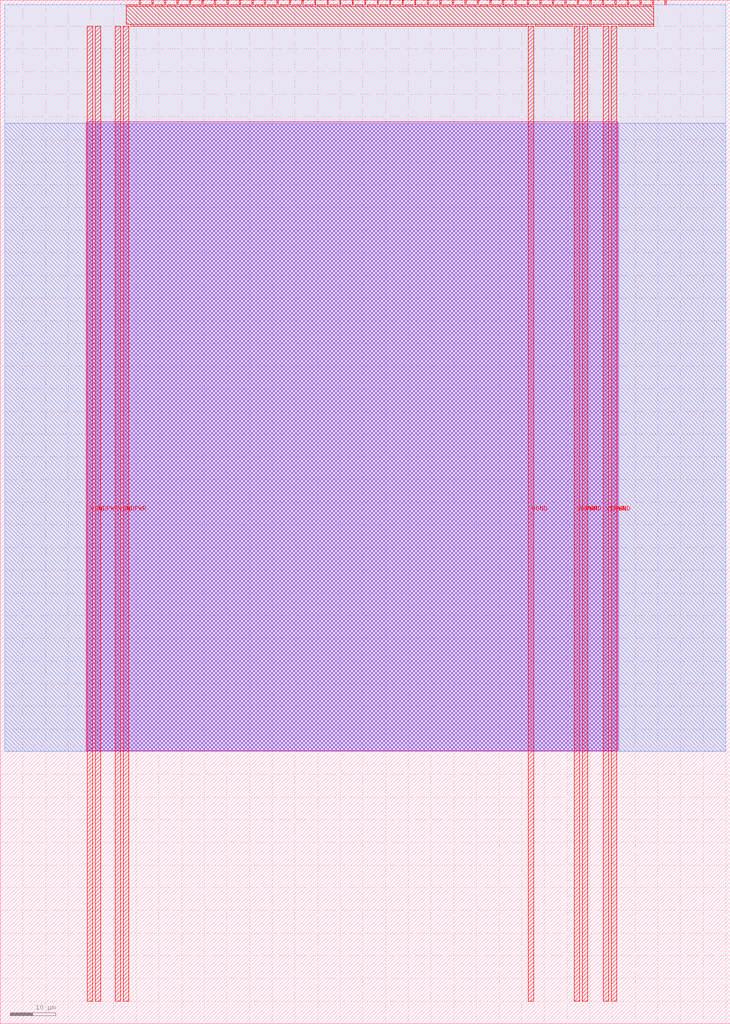
<source format=lef>
MACRO tt_um_tnt_rf_yolo_test
  CLASS BLOCK ;
  FOREIGN tt_um_tnt_rf_yolo_test ;
  ORIGIN 0.000 0.000 ;
  SIZE 161.000 BY 225.760 ;
  PIN clk
    DIRECTION INPUT ;
    USE SIGNAL ;
    ANTENNAGATEAREA 0.213000 ;
    PORT
      LAYER met4 ;
        RECT 143.830 224.760 144.130 225.760 ;
    END
  END clk
  PIN ena
    DIRECTION INPUT ;
    USE SIGNAL ;
    PORT
      LAYER met4 ;
        RECT 146.590 224.760 146.890 225.760 ;
    END
  END ena
  PIN rst_n
    DIRECTION INPUT ;
    USE SIGNAL ;
    PORT
      LAYER met4 ;
        RECT 141.070 224.760 141.370 225.760 ;
    END
  END rst_n
  PIN ui_in[0]
    DIRECTION INPUT ;
    USE SIGNAL ;
    ANTENNAGATEAREA 0.213000 ;
    PORT
      LAYER met4 ;
        RECT 138.310 224.760 138.610 225.760 ;
    END
  END ui_in[0]
  PIN ui_in[1]
    DIRECTION INPUT ;
    USE SIGNAL ;
    ANTENNAGATEAREA 0.213000 ;
    PORT
      LAYER met4 ;
        RECT 135.550 224.760 135.850 225.760 ;
    END
  END ui_in[1]
  PIN ui_in[2]
    DIRECTION INPUT ;
    USE SIGNAL ;
    ANTENNAGATEAREA 0.213000 ;
    PORT
      LAYER met4 ;
        RECT 132.790 224.760 133.090 225.760 ;
    END
  END ui_in[2]
  PIN ui_in[3]
    DIRECTION INPUT ;
    USE SIGNAL ;
    ANTENNAGATEAREA 0.213000 ;
    PORT
      LAYER met4 ;
        RECT 130.030 224.760 130.330 225.760 ;
    END
  END ui_in[3]
  PIN ui_in[4]
    DIRECTION INPUT ;
    USE SIGNAL ;
    ANTENNAGATEAREA 0.213000 ;
    PORT
      LAYER met4 ;
        RECT 127.270 224.760 127.570 225.760 ;
    END
  END ui_in[4]
  PIN ui_in[5]
    DIRECTION INPUT ;
    USE SIGNAL ;
    ANTENNAGATEAREA 0.213000 ;
    PORT
      LAYER met4 ;
        RECT 124.510 224.760 124.810 225.760 ;
    END
  END ui_in[5]
  PIN ui_in[6]
    DIRECTION INPUT ;
    USE SIGNAL ;
    ANTENNAGATEAREA 0.126000 ;
    PORT
      LAYER met4 ;
        RECT 121.750 224.760 122.050 225.760 ;
    END
  END ui_in[6]
  PIN ui_in[7]
    DIRECTION INPUT ;
    USE SIGNAL ;
    ANTENNAGATEAREA 0.213000 ;
    PORT
      LAYER met4 ;
        RECT 118.990 224.760 119.290 225.760 ;
    END
  END ui_in[7]
  PIN uio_in[0]
    DIRECTION INPUT ;
    USE SIGNAL ;
    PORT
      LAYER met4 ;
        RECT 116.230 224.760 116.530 225.760 ;
    END
  END uio_in[0]
  PIN uio_in[1]
    DIRECTION INPUT ;
    USE SIGNAL ;
    PORT
      LAYER met4 ;
        RECT 113.470 224.760 113.770 225.760 ;
    END
  END uio_in[1]
  PIN uio_in[2]
    DIRECTION INPUT ;
    USE SIGNAL ;
    PORT
      LAYER met4 ;
        RECT 110.710 224.760 111.010 225.760 ;
    END
  END uio_in[2]
  PIN uio_in[3]
    DIRECTION INPUT ;
    USE SIGNAL ;
    PORT
      LAYER met4 ;
        RECT 107.950 224.760 108.250 225.760 ;
    END
  END uio_in[3]
  PIN uio_in[4]
    DIRECTION INPUT ;
    USE SIGNAL ;
    PORT
      LAYER met4 ;
        RECT 105.190 224.760 105.490 225.760 ;
    END
  END uio_in[4]
  PIN uio_in[5]
    DIRECTION INPUT ;
    USE SIGNAL ;
    PORT
      LAYER met4 ;
        RECT 102.430 224.760 102.730 225.760 ;
    END
  END uio_in[5]
  PIN uio_in[6]
    DIRECTION INPUT ;
    USE SIGNAL ;
    PORT
      LAYER met4 ;
        RECT 99.670 224.760 99.970 225.760 ;
    END
  END uio_in[6]
  PIN uio_in[7]
    DIRECTION INPUT ;
    USE SIGNAL ;
    PORT
      LAYER met4 ;
        RECT 96.910 224.760 97.210 225.760 ;
    END
  END uio_in[7]
  PIN uio_oe[0]
    DIRECTION OUTPUT ;
    USE SIGNAL ;
    ANTENNADIFFAREA 203.454697 ;
    PORT
      LAYER met4 ;
        RECT 49.990 224.760 50.290 225.760 ;
    END
  END uio_oe[0]
  PIN uio_oe[1]
    DIRECTION OUTPUT ;
    USE SIGNAL ;
    ANTENNADIFFAREA 203.454697 ;
    PORT
      LAYER met4 ;
        RECT 47.230 224.760 47.530 225.760 ;
    END
  END uio_oe[1]
  PIN uio_oe[2]
    DIRECTION OUTPUT ;
    USE SIGNAL ;
    ANTENNADIFFAREA 203.454697 ;
    PORT
      LAYER met4 ;
        RECT 44.470 224.760 44.770 225.760 ;
    END
  END uio_oe[2]
  PIN uio_oe[3]
    DIRECTION OUTPUT ;
    USE SIGNAL ;
    ANTENNADIFFAREA 203.454697 ;
    PORT
      LAYER met4 ;
        RECT 41.710 224.760 42.010 225.760 ;
    END
  END uio_oe[3]
  PIN uio_oe[4]
    DIRECTION OUTPUT ;
    USE SIGNAL ;
    ANTENNADIFFAREA 203.454697 ;
    PORT
      LAYER met4 ;
        RECT 38.950 224.760 39.250 225.760 ;
    END
  END uio_oe[4]
  PIN uio_oe[5]
    DIRECTION OUTPUT ;
    USE SIGNAL ;
    ANTENNADIFFAREA 203.454697 ;
    PORT
      LAYER met4 ;
        RECT 36.190 224.760 36.490 225.760 ;
    END
  END uio_oe[5]
  PIN uio_oe[6]
    DIRECTION OUTPUT ;
    USE SIGNAL ;
    ANTENNADIFFAREA 203.454697 ;
    PORT
      LAYER met4 ;
        RECT 33.430 224.760 33.730 225.760 ;
    END
  END uio_oe[6]
  PIN uio_oe[7]
    DIRECTION OUTPUT ;
    USE SIGNAL ;
    ANTENNADIFFAREA 203.454697 ;
    PORT
      LAYER met4 ;
        RECT 30.670 224.760 30.970 225.760 ;
    END
  END uio_oe[7]
  PIN uio_out[0]
    DIRECTION OUTPUT ;
    USE SIGNAL ;
    ANTENNADIFFAREA 0.490000 ;
    PORT
      LAYER met4 ;
        RECT 72.070 224.760 72.370 225.760 ;
    END
  END uio_out[0]
  PIN uio_out[1]
    DIRECTION OUTPUT ;
    USE SIGNAL ;
    ANTENNADIFFAREA 0.490000 ;
    PORT
      LAYER met4 ;
        RECT 69.310 224.760 69.610 225.760 ;
    END
  END uio_out[1]
  PIN uio_out[2]
    DIRECTION OUTPUT ;
    USE SIGNAL ;
    ANTENNADIFFAREA 0.490000 ;
    PORT
      LAYER met4 ;
        RECT 66.550 224.760 66.850 225.760 ;
    END
  END uio_out[2]
  PIN uio_out[3]
    DIRECTION OUTPUT ;
    USE SIGNAL ;
    ANTENNADIFFAREA 0.490000 ;
    PORT
      LAYER met4 ;
        RECT 63.790 224.760 64.090 225.760 ;
    END
  END uio_out[3]
  PIN uio_out[4]
    DIRECTION OUTPUT ;
    USE SIGNAL ;
    ANTENNADIFFAREA 0.490000 ;
    PORT
      LAYER met4 ;
        RECT 61.030 224.760 61.330 225.760 ;
    END
  END uio_out[4]
  PIN uio_out[5]
    DIRECTION OUTPUT ;
    USE SIGNAL ;
    ANTENNADIFFAREA 0.490000 ;
    PORT
      LAYER met4 ;
        RECT 58.270 224.760 58.570 225.760 ;
    END
  END uio_out[5]
  PIN uio_out[6]
    DIRECTION OUTPUT ;
    USE SIGNAL ;
    ANTENNADIFFAREA 0.490000 ;
    PORT
      LAYER met4 ;
        RECT 55.510 224.760 55.810 225.760 ;
    END
  END uio_out[6]
  PIN uio_out[7]
    DIRECTION OUTPUT ;
    USE SIGNAL ;
    ANTENNADIFFAREA 0.490000 ;
    PORT
      LAYER met4 ;
        RECT 52.750 224.760 53.050 225.760 ;
    END
  END uio_out[7]
  PIN uo_out[0]
    DIRECTION OUTPUT ;
    USE SIGNAL ;
    ANTENNADIFFAREA 0.490000 ;
    PORT
      LAYER met4 ;
        RECT 94.150 224.760 94.450 225.760 ;
    END
  END uo_out[0]
  PIN uo_out[1]
    DIRECTION OUTPUT ;
    USE SIGNAL ;
    ANTENNADIFFAREA 0.490000 ;
    PORT
      LAYER met4 ;
        RECT 91.390 224.760 91.690 225.760 ;
    END
  END uo_out[1]
  PIN uo_out[2]
    DIRECTION OUTPUT ;
    USE SIGNAL ;
    ANTENNADIFFAREA 0.490000 ;
    PORT
      LAYER met4 ;
        RECT 88.630 224.760 88.930 225.760 ;
    END
  END uo_out[2]
  PIN uo_out[3]
    DIRECTION OUTPUT ;
    USE SIGNAL ;
    ANTENNADIFFAREA 0.490000 ;
    PORT
      LAYER met4 ;
        RECT 85.870 224.760 86.170 225.760 ;
    END
  END uo_out[3]
  PIN uo_out[4]
    DIRECTION OUTPUT ;
    USE SIGNAL ;
    ANTENNADIFFAREA 0.490000 ;
    PORT
      LAYER met4 ;
        RECT 83.110 224.760 83.410 225.760 ;
    END
  END uo_out[4]
  PIN uo_out[5]
    DIRECTION OUTPUT ;
    USE SIGNAL ;
    ANTENNADIFFAREA 0.490000 ;
    PORT
      LAYER met4 ;
        RECT 80.350 224.760 80.650 225.760 ;
    END
  END uo_out[5]
  PIN uo_out[6]
    DIRECTION OUTPUT ;
    USE SIGNAL ;
    ANTENNADIFFAREA 0.490000 ;
    PORT
      LAYER met4 ;
        RECT 77.590 224.760 77.890 225.760 ;
    END
  END uo_out[6]
  PIN uo_out[7]
    DIRECTION OUTPUT ;
    USE SIGNAL ;
    ANTENNADIFFAREA 0.490000 ;
    PORT
      LAYER met4 ;
        RECT 74.830 224.760 75.130 225.760 ;
    END
  END uo_out[7]
  PIN VGND
    DIRECTION INPUT ;
    USE GROUND ;
    PORT
      LAYER met4 ;
        RECT 19.200 5.000 20.400 220.000 ;
    END
    PORT
      LAYER met4 ;
        RECT 25.380 5.000 26.580 220.000 ;
    END
    PORT
      LAYER met4 ;
        RECT 116.480 5.000 117.680 220.000 ;
    END
    PORT
      LAYER met4 ;
        RECT 128.400 5.000 129.600 220.000 ;
    END
    PORT
      LAYER met4 ;
        RECT 134.790 5.000 135.990 220.000 ;
    END
  END VGND
  PIN VDPWR
    DIRECTION INPUT ;
    USE POWER ;
    PORT
      LAYER met4 ;
        RECT 21.000 5.000 22.200 220.000 ;
    END
    PORT
      LAYER met4 ;
        RECT 27.180 5.000 28.380 220.000 ;
    END
    PORT
      LAYER met4 ;
        RECT 126.600 5.000 127.800 220.000 ;
    END
    PORT
      LAYER met4 ;
        RECT 132.990 5.000 134.190 220.000 ;
    END
  END VDPWR
  OBS
      LAYER nwell ;
        RECT 19.010 60.250 136.180 198.945 ;
      LAYER li1 ;
        RECT 19.200 60.250 135.990 198.640 ;
      LAYER met1 ;
        RECT 19.200 60.095 136.380 198.620 ;
      LAYER met2 ;
        RECT 0.965 60.095 160.050 198.615 ;
      LAYER met3 ;
        RECT 0.985 60.095 160.030 224.740 ;
      LAYER met4 ;
        RECT 27.780 224.360 30.270 224.760 ;
        RECT 31.370 224.360 33.030 224.760 ;
        RECT 34.130 224.360 35.790 224.760 ;
        RECT 36.890 224.360 38.550 224.760 ;
        RECT 39.650 224.360 41.310 224.760 ;
        RECT 42.410 224.360 44.070 224.760 ;
        RECT 45.170 224.360 46.830 224.760 ;
        RECT 47.930 224.360 49.590 224.760 ;
        RECT 50.690 224.360 52.350 224.760 ;
        RECT 53.450 224.360 55.110 224.760 ;
        RECT 56.210 224.360 57.870 224.760 ;
        RECT 58.970 224.360 60.630 224.760 ;
        RECT 61.730 224.360 63.390 224.760 ;
        RECT 64.490 224.360 66.150 224.760 ;
        RECT 67.250 224.360 68.910 224.760 ;
        RECT 70.010 224.360 71.670 224.760 ;
        RECT 72.770 224.360 74.430 224.760 ;
        RECT 75.530 224.360 77.190 224.760 ;
        RECT 78.290 224.360 79.950 224.760 ;
        RECT 81.050 224.360 82.710 224.760 ;
        RECT 83.810 224.360 85.470 224.760 ;
        RECT 86.570 224.360 88.230 224.760 ;
        RECT 89.330 224.360 90.990 224.760 ;
        RECT 92.090 224.360 93.750 224.760 ;
        RECT 94.850 224.360 96.510 224.760 ;
        RECT 97.610 224.360 99.270 224.760 ;
        RECT 100.370 224.360 102.030 224.760 ;
        RECT 103.130 224.360 104.790 224.760 ;
        RECT 105.890 224.360 107.550 224.760 ;
        RECT 108.650 224.360 110.310 224.760 ;
        RECT 111.410 224.360 113.070 224.760 ;
        RECT 114.170 224.360 115.830 224.760 ;
        RECT 116.930 224.360 118.590 224.760 ;
        RECT 119.690 224.360 121.350 224.760 ;
        RECT 122.450 224.360 124.110 224.760 ;
        RECT 125.210 224.360 126.870 224.760 ;
        RECT 127.970 224.360 129.630 224.760 ;
        RECT 130.730 224.360 132.390 224.760 ;
        RECT 133.490 224.360 135.150 224.760 ;
        RECT 136.250 224.360 137.910 224.760 ;
        RECT 139.010 224.360 140.670 224.760 ;
        RECT 141.770 224.360 143.430 224.760 ;
        RECT 27.780 220.400 144.145 224.360 ;
        RECT 28.780 220.000 116.080 220.400 ;
        RECT 118.080 220.000 126.200 220.400 ;
        RECT 130.000 220.000 132.590 220.400 ;
        RECT 136.390 220.000 144.145 220.400 ;
  END
END tt_um_tnt_rf_yolo_test
END LIBRARY


</source>
